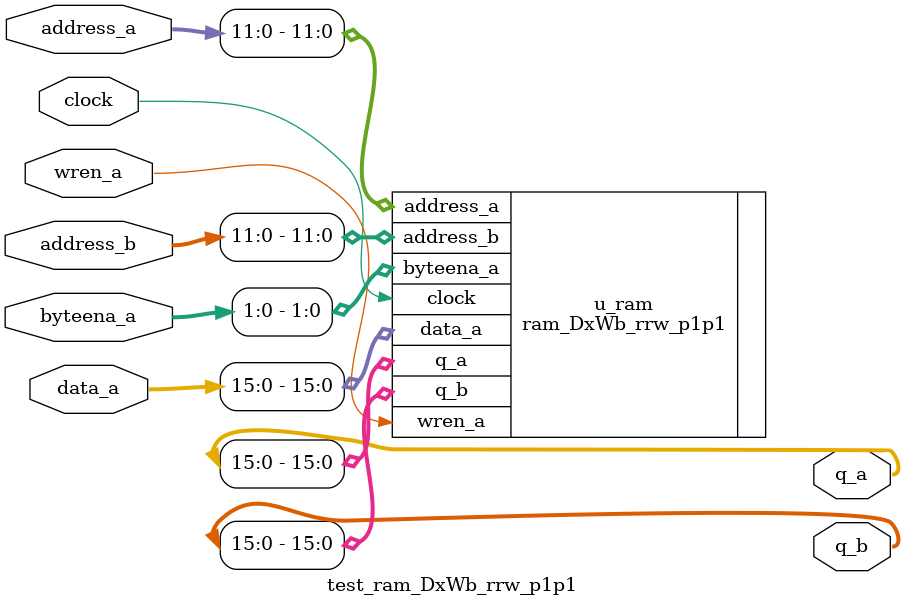
<source format=sv>


module test_ram_DxWb_rrw_p1p1 (
	input           clock,
	input [31:0]    address_a,
	input           wren_a,
	input [7:0]     byteena_a,
	input [31:0]    data_a,
	output[31:0]    q_a,

	input [31:0]    address_b,
	output[31:0]    q_b
);

    localparam DEPTH = 4096;
    localparam WIDTH = 16;

    localparam DEPTH_BITS = $clog2(DEPTH);
    localparam BE_BITS = WIDTH/8;

    ram_DxWb_rrw_p1p1 #(
        .DEPTH(DEPTH),
        .WIDTH(WIDTH)
    )
    u_ram ( 
        .clock(clock),
        .address_a(address_a[DEPTH_BITS-1:0]),
        .wren_a(wren_a),
        .byteena_a(byteena_a[BE_BITS-1:0]),
        .data_a(data_a[WIDTH-1:0]),
        .q_a(q_a[WIDTH-1:0]),
        .address_b(address_b[DEPTH_BITS-1:0]),
        .q_b(q_b[WIDTH-1:0]) 
    );

endmodule

</source>
